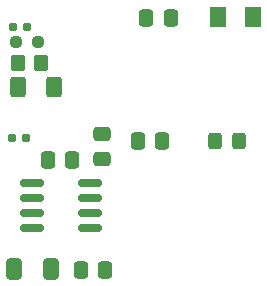
<source format=gbr>
%TF.GenerationSoftware,KiCad,Pcbnew,8.0.4*%
%TF.CreationDate,2024-09-21T16:19:46-07:00*%
%TF.ProjectId,solder_challenge_555,736f6c64-6572-45f6-9368-616c6c656e67,rev?*%
%TF.SameCoordinates,Original*%
%TF.FileFunction,Paste,Top*%
%TF.FilePolarity,Positive*%
%FSLAX46Y46*%
G04 Gerber Fmt 4.6, Leading zero omitted, Abs format (unit mm)*
G04 Created by KiCad (PCBNEW 8.0.4) date 2024-09-21 16:19:46*
%MOMM*%
%LPD*%
G01*
G04 APERTURE LIST*
G04 Aperture macros list*
%AMRoundRect*
0 Rectangle with rounded corners*
0 $1 Rounding radius*
0 $2 $3 $4 $5 $6 $7 $8 $9 X,Y pos of 4 corners*
0 Add a 4 corners polygon primitive as box body*
4,1,4,$2,$3,$4,$5,$6,$7,$8,$9,$2,$3,0*
0 Add four circle primitives for the rounded corners*
1,1,$1+$1,$2,$3*
1,1,$1+$1,$4,$5*
1,1,$1+$1,$6,$7*
1,1,$1+$1,$8,$9*
0 Add four rect primitives between the rounded corners*
20,1,$1+$1,$2,$3,$4,$5,0*
20,1,$1+$1,$4,$5,$6,$7,0*
20,1,$1+$1,$6,$7,$8,$9,0*
20,1,$1+$1,$8,$9,$2,$3,0*%
G04 Aperture macros list end*
%ADD10RoundRect,0.160000X-0.197500X-0.160000X0.197500X-0.160000X0.197500X0.160000X-0.197500X0.160000X0*%
%ADD11RoundRect,0.250000X-0.475000X0.337500X-0.475000X-0.337500X0.475000X-0.337500X0.475000X0.337500X0*%
%ADD12RoundRect,0.250001X0.462499X0.624999X-0.462499X0.624999X-0.462499X-0.624999X0.462499X-0.624999X0*%
%ADD13RoundRect,0.250000X0.337500X0.475000X-0.337500X0.475000X-0.337500X-0.475000X0.337500X-0.475000X0*%
%ADD14RoundRect,0.250000X-0.350000X-0.450000X0.350000X-0.450000X0.350000X0.450000X-0.350000X0.450000X0*%
%ADD15RoundRect,0.237500X-0.250000X-0.237500X0.250000X-0.237500X0.250000X0.237500X-0.250000X0.237500X0*%
%ADD16RoundRect,0.155000X0.212500X0.155000X-0.212500X0.155000X-0.212500X-0.155000X0.212500X-0.155000X0*%
%ADD17RoundRect,0.250000X-0.337500X-0.475000X0.337500X-0.475000X0.337500X0.475000X-0.337500X0.475000X0*%
%ADD18RoundRect,0.250000X0.325000X0.450000X-0.325000X0.450000X-0.325000X-0.450000X0.325000X-0.450000X0*%
%ADD19RoundRect,0.250000X-0.400000X-0.625000X0.400000X-0.625000X0.400000X0.625000X-0.400000X0.625000X0*%
%ADD20RoundRect,0.150000X-0.825000X-0.150000X0.825000X-0.150000X0.825000X0.150000X-0.825000X0.150000X0*%
%ADD21RoundRect,0.250000X-0.412500X-0.650000X0.412500X-0.650000X0.412500X0.650000X-0.412500X0.650000X0*%
G04 APERTURE END LIST*
D10*
%TO.C,R10*%
X136500000Y-40835000D03*
X137695000Y-40835000D03*
%TD*%
D11*
%TO.C,R5*%
X144075000Y-49875000D03*
X144075000Y-51950000D03*
%TD*%
D12*
%TO.C,D3*%
X156807500Y-39970000D03*
X153832500Y-39970000D03*
%TD*%
D13*
%TO.C,R4*%
X141537500Y-52025000D03*
X139462500Y-52025000D03*
%TD*%
D14*
%TO.C,R8*%
X136895000Y-43810000D03*
X138895000Y-43810000D03*
%TD*%
D15*
%TO.C,R9*%
X136770000Y-42085000D03*
X138595000Y-42085000D03*
%TD*%
D16*
%TO.C,R11*%
X137585000Y-50225000D03*
X136450000Y-50225000D03*
%TD*%
D17*
%TO.C,R12*%
X147787500Y-40050000D03*
X149862500Y-40050000D03*
%TD*%
D18*
%TO.C,D2*%
X155632500Y-50420000D03*
X153582500Y-50420000D03*
%TD*%
D13*
%TO.C,C4*%
X144312500Y-61350000D03*
X142237500Y-61350000D03*
%TD*%
D17*
%TO.C,R6*%
X147082500Y-50480000D03*
X149157500Y-50480000D03*
%TD*%
D19*
%TO.C,R7*%
X136920000Y-45910000D03*
X140020000Y-45910000D03*
%TD*%
D20*
%TO.C,U2*%
X138100000Y-54045000D03*
X138100000Y-55315000D03*
X138100000Y-56585000D03*
X138100000Y-57855000D03*
X143050000Y-57855000D03*
X143050000Y-56585000D03*
X143050000Y-55315000D03*
X143050000Y-54045000D03*
%TD*%
D21*
%TO.C,C3*%
X136612500Y-61250000D03*
X139737500Y-61250000D03*
%TD*%
M02*

</source>
